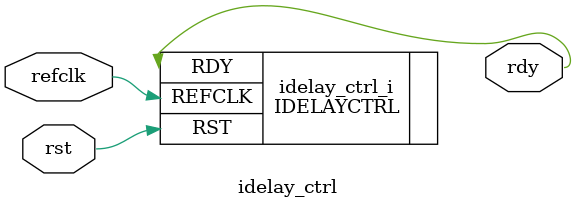
<source format=v>
/*******************************************************************************
 * Module: idelay_ctrl
 * Date:2014-04-25  
 * Author: Andrey Filippov
 * Description: IDELAYCTRL wrapper
 *
 * Copyright (c) 2014 Elphel, Inc.
 * idelay_ctrl.v is free software; you can redistribute it and/or modify
 * it under the terms of the GNU General Public License as published by
 * the Free Software Foundation, either version 3 of the License, or
 * (at your option) any later version.
 *
 *  idelay_ctrl.v is distributed in the hope that it will be useful,
 * but WITHOUT ANY WARRANTY; without even the implied warranty of
 * MERCHANTABILITY or FITNESS FOR A PARTICULAR PURPOSE.  See the
 * GNU General Public License for more details.
 *
 * You should have received a copy of the GNU General Public License
 * along with this program.  If not, see <http://www.gnu.org/licenses/> .
 *******************************************************************************/
`timescale 1ns/1ps

module  idelay_ctrl
//SuppressWarnings VEditor - IODELAY_GRP used in (* *) construnt
# ( parameter  IODELAY_GRP  = "IODELAY_MEMORY"
) (
    input refclk,
    input rst,
    output rdy
);

(* IODELAY_GROUP = IODELAY_GRP *)
IDELAYCTRL idelay_ctrl_i(
    .RDY(rdy),
    .REFCLK(refclk),
    .RST(rst));
endmodule


</source>
